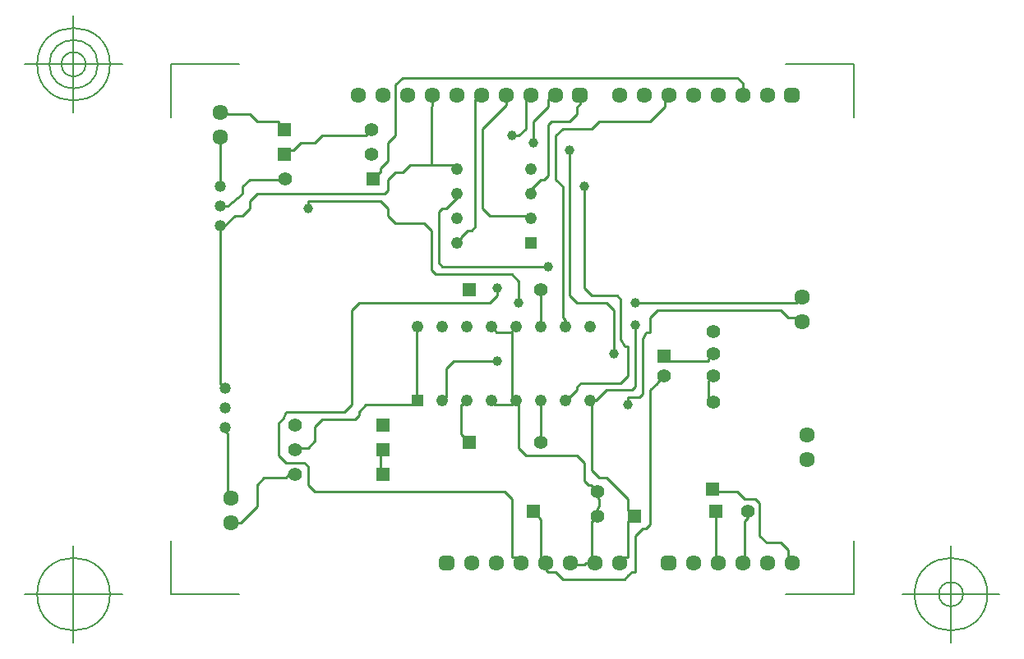
<source format=gbr>
G04 Generated by Ultiboard 13.0 *
%FSLAX34Y34*%
%MOMM*%

%ADD10C,0.0001*%
%ADD11C,0.2540*%
%ADD12C,0.1270*%
%ADD13C,1.1852*%
%ADD14C,1.6088*%
%ADD15R,0.5291X0.5291*%
%ADD16C,0.9949*%
%ADD17C,1.4224*%
%ADD18C,1.4000*%
%ADD19R,1.4000X1.4000*%
%ADD20C,1.2446*%
%ADD21R,1.2446X1.2446*%
%ADD22C,1.0000*%


G04 ColorRGB 00FF00 for the following layer *
%LNCopper Top*%
%LPD*%
G54D10*
G54D11*
X746760Y492760D02*
X742500Y488500D01*
X742500Y487500D01*
X726620Y487500D01*
X721360Y492760D01*
X1041400Y523240D02*
X1035660Y517500D01*
X870000Y517500D01*
X750000Y517500D02*
X750000Y540000D01*
X742500Y547500D01*
X660000Y592500D02*
X652500Y600000D01*
X622500Y600000D01*
X615000Y607500D01*
X615000Y615000D01*
X607500Y622500D01*
X532500Y622500D01*
X532500Y615000D01*
X742500Y547500D02*
X663750Y547500D01*
X660000Y551250D01*
X660000Y592500D01*
X1041400Y497840D02*
X1036740Y502500D01*
X1027500Y502500D01*
X1020000Y510000D01*
X892500Y510000D01*
X885000Y502500D01*
X885000Y491250D01*
X885000Y487500D01*
X881250Y487500D01*
X877500Y480000D01*
X877500Y423750D01*
X873750Y420000D01*
X862500Y420000D01*
X862500Y412500D01*
X812800Y731520D02*
X812800Y722800D01*
X810000Y720000D01*
X810000Y712500D01*
X802500Y705000D01*
X780000Y648750D02*
X776250Y645000D01*
X772500Y645000D01*
X762000Y634500D01*
X762000Y629920D01*
X802500Y705000D02*
X783750Y705000D01*
X780000Y701250D01*
X780000Y648750D01*
X777240Y248920D02*
X772500Y253660D01*
X772500Y294300D01*
X764540Y302260D01*
X447040Y429260D02*
X442500Y433800D01*
X442500Y592500D01*
X441960Y593040D01*
X441960Y596900D01*
X980440Y731520D02*
X980440Y740440D01*
X980440Y744560D01*
X975000Y750000D01*
X630000Y750000D01*
X622500Y742500D01*
X622500Y690000D01*
X615000Y682500D01*
X615000Y663750D01*
X607500Y656250D01*
X607500Y652500D01*
X606880Y652500D01*
X599440Y645060D01*
X519600Y340360D02*
X512860Y340360D01*
X510000Y337500D01*
X487500Y337500D01*
X480000Y330000D01*
X480000Y307500D01*
X463182Y290682D01*
X453242Y290682D01*
X899160Y441960D02*
X892500Y435300D01*
X892500Y435000D01*
X885000Y427500D01*
X885000Y288750D01*
X881250Y285000D01*
X877500Y285000D01*
X870000Y277500D01*
X870000Y243750D01*
X870000Y240000D01*
X866250Y240000D01*
X862500Y236250D01*
X858750Y232500D01*
X795000Y232500D01*
X787500Y240000D01*
X780000Y240000D01*
X777240Y242760D01*
X777240Y248920D01*
X645160Y492760D02*
X645160Y487660D01*
X645000Y487500D01*
X645000Y416560D01*
X645160Y416560D01*
X746760Y416560D02*
X742700Y412500D01*
X725420Y412500D01*
X721360Y416560D01*
X830580Y322580D02*
X830580Y316920D01*
X832500Y315000D01*
X832500Y307500D01*
X830580Y305580D01*
X830580Y297180D01*
X508000Y696060D02*
X502500Y696060D01*
X502500Y705000D01*
X480000Y705000D01*
X472500Y712500D01*
X450000Y712500D01*
X448464Y714036D01*
X441960Y714036D01*
X797560Y416560D02*
X801000Y420000D01*
X802500Y420000D01*
X810000Y427500D01*
X810000Y431250D01*
X813750Y435000D01*
X855000Y435000D01*
X862500Y442500D01*
X825000Y525000D02*
X817500Y532500D01*
X817500Y637500D01*
X742500Y690000D02*
X750000Y690000D01*
X757500Y697500D01*
X757500Y727500D01*
X757980Y727500D01*
X762000Y731520D01*
X862500Y442500D02*
X862500Y468750D01*
X862500Y472500D01*
X858750Y472500D01*
X855000Y480000D01*
X855000Y521250D01*
X851250Y525000D01*
X825000Y525000D01*
X772160Y416560D02*
X772160Y412840D01*
X772500Y412500D01*
X772500Y382500D01*
X772160Y382160D01*
X772160Y373380D01*
X598000Y695960D02*
X592500Y690460D01*
X592500Y690000D01*
X547500Y690000D01*
X540000Y682500D01*
X525000Y682500D01*
X517500Y675000D01*
X508000Y675000D01*
X508000Y670660D01*
X762000Y604520D02*
X759020Y607500D01*
X720000Y607500D01*
X712500Y615000D01*
X712500Y697500D01*
X736600Y721600D01*
X736600Y731520D01*
X830580Y322580D02*
X825000Y328160D01*
X825000Y330000D01*
X817500Y352500D02*
X810000Y360000D01*
X757500Y360000D01*
X750000Y367500D01*
X750000Y413320D01*
X746760Y416560D01*
X825000Y330000D02*
X821250Y330000D01*
X817500Y333750D01*
X817500Y352500D01*
X711200Y731520D02*
X707180Y727500D01*
X705000Y727500D01*
X705000Y596250D01*
X701250Y592500D01*
X697500Y592500D01*
X690000Y585000D01*
X690000Y583320D01*
X685800Y579120D01*
X868680Y297180D02*
X862500Y303360D01*
X862500Y315000D01*
X840000Y337500D01*
X832500Y337500D01*
X825000Y345000D01*
X825000Y414520D01*
X822960Y416560D01*
X746760Y492760D02*
X742500Y488500D01*
X742500Y420000D01*
X743320Y420000D01*
X746760Y416560D01*
X453242Y316082D02*
X450000Y319324D01*
X450000Y382500D01*
X447040Y385460D01*
X447040Y388620D01*
X509440Y645160D02*
X502660Y645160D01*
X502500Y645000D01*
X472500Y645000D01*
X465000Y637500D01*
X465000Y630000D01*
X450000Y617220D01*
X447780Y617220D01*
X441960Y617220D01*
X868680Y297180D02*
X868680Y292500D01*
X862500Y292500D01*
X862500Y255000D01*
X859520Y255000D01*
X853440Y248920D01*
X828040Y248920D02*
X818920Y248920D01*
X817500Y247500D01*
X810000Y247500D01*
X808580Y248920D01*
X802640Y248920D01*
X780000Y555000D02*
X671250Y555000D01*
X667500Y558750D01*
X667500Y611250D01*
X671250Y615000D01*
X675000Y615000D01*
X685800Y625800D01*
X685800Y629920D01*
X949960Y441880D02*
X945000Y436920D01*
X945000Y420000D01*
X945080Y420000D01*
X949960Y415120D01*
X952500Y302260D02*
X952500Y255000D01*
X955040Y252460D01*
X955040Y248920D01*
X830580Y297180D02*
X825900Y292500D01*
X825000Y292500D01*
X825000Y255000D01*
X828040Y251960D01*
X828040Y248920D01*
X787400Y731520D02*
X783380Y727500D01*
X780000Y727500D01*
X780000Y720000D01*
X765000Y705000D01*
X765000Y682500D01*
X802500Y675000D02*
X802500Y525000D01*
X810000Y517500D01*
X840000Y517500D01*
X847500Y510000D01*
X847500Y465000D01*
X727500Y457500D02*
X682500Y457500D01*
X675000Y450000D01*
X675000Y420000D01*
X674000Y420000D01*
X670560Y416560D01*
X904240Y731520D02*
X900220Y727500D01*
X900000Y727500D01*
X900000Y720000D01*
X885000Y705000D01*
X832500Y705000D01*
X825000Y697500D01*
X795000Y697500D01*
X787500Y690000D01*
X787500Y645000D01*
X795000Y637500D01*
X795000Y502500D01*
X797560Y499940D01*
X797560Y492760D01*
X772160Y530860D02*
X772160Y525340D01*
X772500Y525000D01*
X772500Y502500D01*
X772160Y502160D01*
X772160Y492760D01*
X441960Y688636D02*
X441960Y683040D01*
X442500Y682500D01*
X442500Y645000D01*
X441960Y644460D01*
X441960Y637540D01*
X949960Y464780D02*
X945000Y459820D01*
X945000Y457500D01*
X899880Y457500D01*
X899880Y462900D01*
X727500Y532500D02*
X727500Y525000D01*
X720000Y517500D01*
X585000Y517500D01*
X577500Y510000D01*
X577500Y412500D01*
X570000Y405000D01*
X510000Y405000D01*
X506250Y397500D01*
X502500Y393750D01*
X502500Y360000D01*
X510000Y352500D01*
X528750Y352500D01*
X532500Y348750D01*
X532500Y330000D01*
X540000Y322500D01*
X735000Y322500D01*
X742500Y315000D01*
X742500Y255000D01*
X745760Y255000D01*
X751840Y248920D01*
X660000Y660000D02*
X637500Y660000D01*
X630000Y652500D01*
X622500Y652500D01*
X615000Y645000D01*
X615000Y633750D01*
X611250Y630000D01*
X480000Y630000D01*
X472500Y622500D01*
X472500Y615000D01*
X465000Y607500D01*
X457500Y607500D01*
X446900Y596900D01*
X441960Y596900D01*
X609600Y365660D02*
X607500Y365660D01*
X607500Y340260D01*
X609600Y340260D01*
X698500Y373380D02*
X690000Y381880D01*
X690000Y412500D01*
X691900Y412500D01*
X695960Y416560D01*
X840000Y427500D02*
X829060Y416560D01*
X822960Y416560D01*
X870000Y495000D02*
X870000Y431250D01*
X866250Y427500D01*
X840000Y427500D01*
X645160Y416560D02*
X645160Y412500D01*
X592500Y412500D01*
X585000Y405000D01*
X585000Y401250D01*
X581250Y397500D01*
X547500Y397500D01*
X540000Y390000D01*
X540000Y375000D01*
X532500Y367500D01*
X525000Y367500D01*
X523260Y365760D01*
X519600Y365760D01*
X685800Y655320D02*
X682500Y658620D01*
X682500Y660000D01*
X660000Y720000D02*
X660400Y720400D01*
X660400Y731520D01*
X682500Y660000D02*
X660000Y660000D01*
X660000Y720000D01*
X1031240Y248920D02*
X1027500Y252660D01*
X1027500Y262500D01*
X1020000Y270000D01*
X1005000Y270000D01*
X997500Y277500D01*
X997500Y311250D01*
X993750Y315000D01*
X982500Y315000D01*
X975000Y322500D01*
X949860Y322500D01*
X949860Y325120D01*
X985520Y302260D02*
X985520Y295520D01*
X982500Y292500D01*
X982500Y255000D01*
X980440Y252940D01*
X980440Y248920D01*
G54D12*
X391160Y217001D02*
X391160Y271674D01*
X391160Y217001D02*
X461556Y217001D01*
X1095121Y217001D02*
X1024725Y217001D01*
X1095121Y217001D02*
X1095121Y271674D01*
X1095121Y763735D02*
X1095121Y709062D01*
X1095121Y763735D02*
X1024725Y763735D01*
X391160Y763735D02*
X461556Y763735D01*
X391160Y763735D02*
X391160Y709062D01*
X341160Y217001D02*
X241160Y217001D01*
X291160Y167001D02*
X291160Y267001D01*
X253660Y217001D02*
G75*
D01*
G02X253660Y217001I37500J0*
G01*
X1145121Y217001D02*
X1245121Y217001D01*
X1195121Y167001D02*
X1195121Y267001D01*
X1157621Y217001D02*
G75*
D01*
G02X1157621Y217001I37500J0*
G01*
X1182621Y217001D02*
G75*
D01*
G02X1182621Y217001I12500J0*
G01*
X341160Y763735D02*
X241160Y763735D01*
X291160Y713735D02*
X291160Y813735D01*
X253660Y763735D02*
G75*
D01*
G02X253660Y763735I37500J0*
G01*
X266160Y763735D02*
G75*
D01*
G02X266160Y763735I25000J0*
G01*
X278660Y763735D02*
G75*
D01*
G02X278660Y763735I12500J0*
G01*
G54D13*
X441960Y637540D03*
X441960Y596900D03*
X441960Y617220D03*
X447040Y388620D03*
X447040Y429260D03*
X447040Y408940D03*
G54D14*
X453242Y290682D03*
X453242Y316082D03*
X853440Y731520D03*
X980440Y731520D03*
X1005840Y731520D03*
X955040Y731520D03*
X904240Y731520D03*
X929640Y731520D03*
X878840Y731520D03*
X736600Y731520D03*
X762000Y731520D03*
X787400Y731520D03*
X685800Y731520D03*
X711200Y731520D03*
X660400Y731520D03*
X609600Y731520D03*
X635000Y731520D03*
X584200Y731520D03*
X853440Y248920D03*
X726440Y248920D03*
X701040Y248920D03*
X751840Y248920D03*
X802640Y248920D03*
X777240Y248920D03*
X828040Y248920D03*
X929640Y248920D03*
X955040Y248920D03*
X1005840Y248920D03*
X980440Y248920D03*
X1031240Y248920D03*
X1041400Y523240D03*
X1041400Y497840D03*
X1046480Y355600D03*
X1046480Y381000D03*
X441960Y714036D03*
X441960Y688636D03*
G54D15*
X1031240Y731520D03*
X812800Y731520D03*
X675640Y248920D03*
X904240Y248920D03*
G54D16*
X1028595Y728875D02*
X1033885Y728875D01*
X1033885Y734165D01*
X1028595Y734165D01*
X1028595Y728875D01*D02*
X810155Y728875D02*
X815445Y728875D01*
X815445Y734165D01*
X810155Y734165D01*
X810155Y728875D01*D02*
X672995Y246275D02*
X678285Y246275D01*
X678285Y251565D01*
X672995Y251565D01*
X672995Y246275D01*D02*
X901595Y246275D02*
X906885Y246275D01*
X906885Y251565D01*
X901595Y251565D01*
X901595Y246275D01*D02*
G54D17*
X949960Y487680D03*
X949960Y464780D03*
X949960Y441880D03*
G54D18*
X519600Y365760D03*
X519600Y340360D03*
X598000Y670560D03*
X509440Y645160D03*
X598000Y695960D03*
X772160Y530860D03*
X772160Y373380D03*
X949960Y415120D03*
X830580Y297180D03*
X830580Y322580D03*
X985520Y302260D03*
X519600Y391160D03*
X899160Y441960D03*
G54D19*
X609600Y365660D03*
X609600Y340260D03*
X508000Y670660D03*
X599440Y645060D03*
X508000Y696060D03*
X698500Y530860D03*
X698500Y373380D03*
X949860Y325120D03*
X868680Y297180D03*
X899880Y462900D03*
X952500Y302260D03*
X609600Y391060D03*
X764540Y302260D03*
G54D20*
X685800Y579120D03*
X762000Y604520D03*
X762000Y655320D03*
X762000Y629920D03*
X685800Y655320D03*
X685800Y604520D03*
X685800Y629920D03*
X645160Y492760D03*
X695960Y416560D03*
X670560Y416560D03*
X721360Y416560D03*
X772160Y416560D03*
X746760Y416560D03*
X797560Y416560D03*
X822960Y416560D03*
X797560Y492760D03*
X721360Y492760D03*
X695960Y492760D03*
X670560Y492760D03*
X772160Y492760D03*
X746760Y492760D03*
X822960Y492760D03*
G54D21*
X762000Y579120D03*
X645160Y416560D03*
G54D22*
X870000Y517500D03*
X750000Y517500D03*
X532500Y615000D03*
X780000Y555000D03*
X870000Y495000D03*
X765000Y682500D03*
X802500Y675000D03*
X847500Y465000D03*
X727500Y457500D03*
X727500Y532500D03*
X817500Y637500D03*
X742500Y690000D03*
X862500Y412500D03*

M02*

</source>
